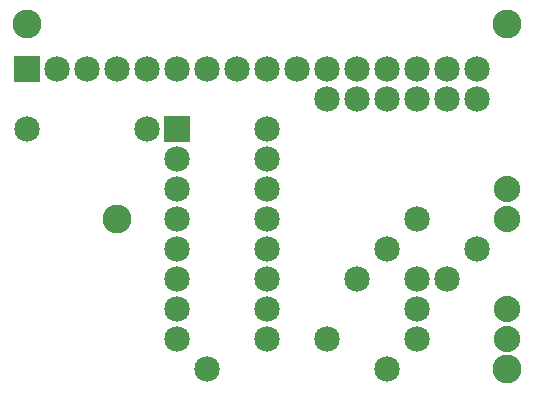
<source format=gts>
G04 MADE WITH FRITZING*
G04 WWW.FRITZING.ORG*
G04 DOUBLE SIDED*
G04 HOLES PLATED*
G04 CONTOUR ON CENTER OF CONTOUR VECTOR*
%ASAXBY*%
%FSLAX23Y23*%
%MOIN*%
%OFA0B0*%
%SFA1.0B1.0*%
%ADD10C,0.085000*%
%ADD11C,0.096614*%
%ADD12C,0.088000*%
%ADD13R,0.085000X0.085000*%
%LNMASK1*%
G90*
G70*
G54D10*
X126Y899D03*
X526Y899D03*
X1126Y999D03*
X1126Y199D03*
X1226Y399D03*
X1226Y999D03*
X1326Y499D03*
X1326Y999D03*
X1426Y599D03*
X1426Y999D03*
X1626Y499D03*
X1626Y999D03*
X726Y99D03*
X1326Y99D03*
X1526Y999D03*
X1526Y399D03*
G54D11*
X1726Y99D03*
X1726Y1251D03*
X426Y599D03*
X126Y1251D03*
G54D10*
X1426Y199D03*
X1426Y299D03*
X1426Y399D03*
G54D12*
X1726Y299D03*
X1726Y199D03*
X1726Y699D03*
X1726Y599D03*
G54D10*
X126Y1099D03*
X226Y1099D03*
X326Y1099D03*
X426Y1099D03*
X526Y1099D03*
X626Y1099D03*
X726Y1099D03*
X826Y1099D03*
X926Y1099D03*
X1026Y1099D03*
X1126Y1099D03*
X1226Y1099D03*
X1326Y1099D03*
X1426Y1099D03*
X1526Y1099D03*
X1626Y1099D03*
X626Y899D03*
X926Y899D03*
X626Y799D03*
X926Y799D03*
X626Y699D03*
X926Y699D03*
X626Y599D03*
X926Y599D03*
X626Y499D03*
X926Y499D03*
X626Y399D03*
X926Y399D03*
X626Y299D03*
X926Y299D03*
X626Y199D03*
X926Y199D03*
G54D13*
X126Y1099D03*
X626Y899D03*
G04 End of Mask1*
M02*
</source>
